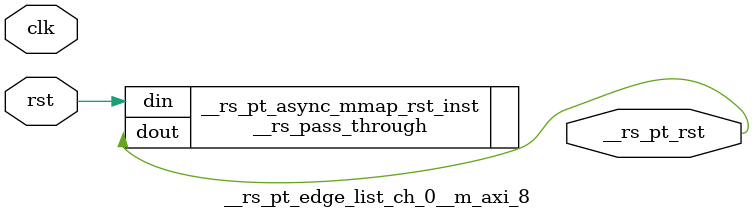
<source format=v>
`timescale 1 ns / 1 ps
/**   Generated by RapidStream   **/
module __rs_pt_edge_list_ch_0__m_axi_8 #(
    parameter BufferSize         = 32,
    parameter BufferSizeLog      = 5,
    parameter AddrWidth          = 64,
    parameter AxiSideAddrWidth   = 64,
    parameter DataWidth          = 512,
    parameter DataWidthBytesLog  = 6,
    parameter WaitTimeWidth      = 4,
    parameter BurstLenWidth      = 8,
    parameter EnableReadChannel  = 1,
    parameter EnableWriteChannel = 1,
    parameter MaxWaitTime        = 3,
    parameter MaxBurstLen        = 15
) (
    output wire __rs_pt_rst,
    input wire  clk,
    input wire  rst
);




__rs_pass_through #(
    .WIDTH (1)
) __rs_pt_async_mmap_rst_inst /**   Generated by RapidStream   **/ (
    .din  (rst),
    .dout (__rs_pt_rst)
);

endmodule  // __rs_pt_edge_list_ch_0__m_axi_8
</source>
